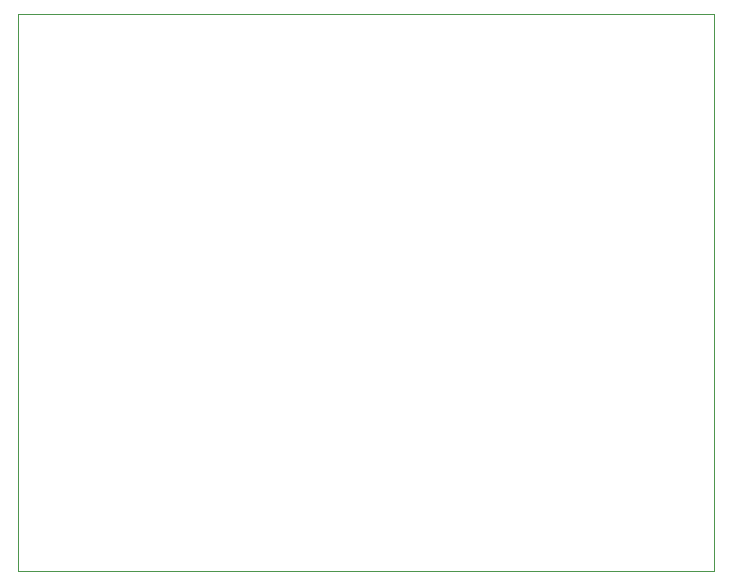
<source format=gbr>
G04 #@! TF.GenerationSoftware,KiCad,Pcbnew,(5.1.2)-2*
G04 #@! TF.CreationDate,2019-08-20T18:16:31+03:00*
G04 #@! TF.ProjectId,atmega328,61746d65-6761-4333-9238-2e6b69636164,rev?*
G04 #@! TF.SameCoordinates,Original*
G04 #@! TF.FileFunction,Profile,NP*
%FSLAX46Y46*%
G04 Gerber Fmt 4.6, Leading zero omitted, Abs format (unit mm)*
G04 Created by KiCad (PCBNEW (5.1.2)-2) date 2019-08-20 18:16:31*
%MOMM*%
%LPD*%
G04 APERTURE LIST*
%ADD10C,0.050000*%
G04 APERTURE END LIST*
D10*
X115570000Y-90170000D02*
X115570000Y-43053000D01*
X174498000Y-90170000D02*
X115570000Y-90170000D01*
X174498000Y-43053000D02*
X174498000Y-90170000D01*
X115570000Y-43053000D02*
X174498000Y-43053000D01*
M02*

</source>
